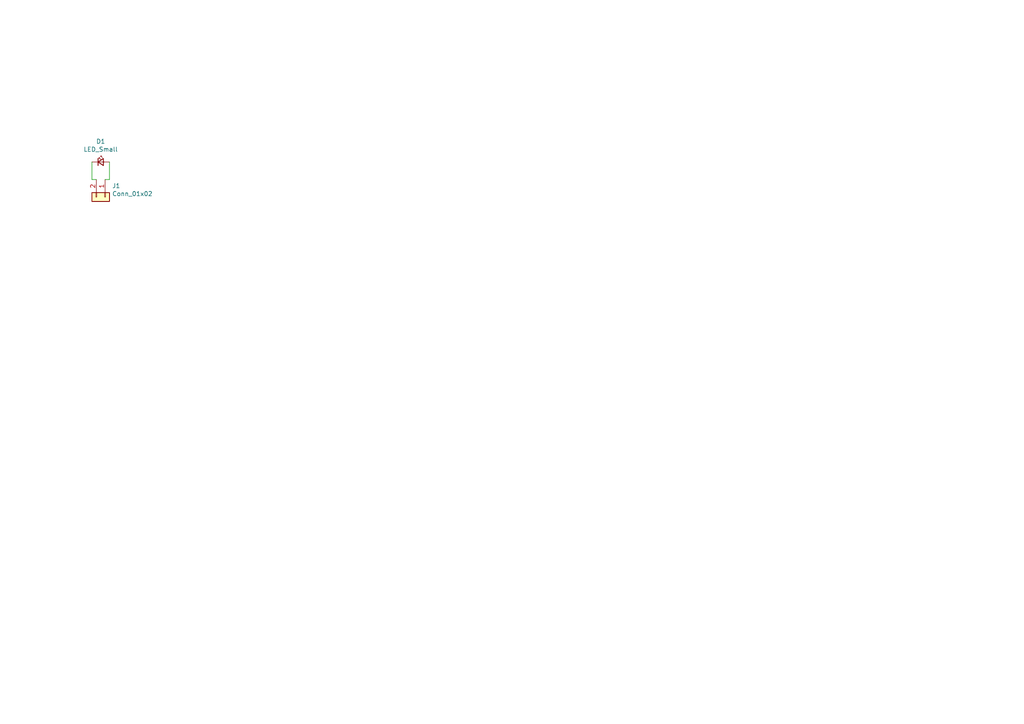
<source format=kicad_sch>
(kicad_sch (version 20211123) (generator eeschema)
  (paper "A4")
  (lib_symbols
    (symbol "Connector_Generic:Conn_01x02" (pin_names (offset 1.016) hide)
      (property "Reference" "J" (at 0 2.54 0))
      (property "Value" "Conn_01x02" (at 0 -5.08 0))
      (symbol "Conn_01x02_1_1"
        (rectangle (start -1.27 -2.413) (end 0 -2.667) (stroke (width 0.1524)))
        (rectangle (start -1.27 0.127) (end 0 -0.127) (stroke (width 0.1524)))
        (rectangle (start -1.27 1.27) (end 1.27 -3.81) (stroke (width 0.254)) (fill (type background)))
        (pin passive line (at -5.08 0 0) (length 3.81) (name "Pin_1") (number "1"))
        (pin passive line (at -5.08 -2.54 0) (length 3.81) (name "Pin_2") (number "2"))
      )
    )
    (symbol "Device:LED_Small" (pin_numbers hide) (pin_names (offset 0.254) hide)
      (property "Reference" "D" (at -1.27 3.175 0))
      (property "Value" "LED_Small" (at -4.445 -2.54 0))
      (symbol "LED_Small_0_1"
        (polyline (pts (xy -0.762 -1.016) (xy -0.762 1.016)) (stroke (width 0.254)))
        (polyline (pts (xy 1.016 0) (xy -0.762 0)))
        (polyline (pts (xy 0.762 -1.016) (xy -0.762 0) (xy 0.762 1.016) (xy 0.762 -1.016)) (stroke (width 0.254)))
        (polyline (pts (xy 0 0.762) (xy -0.508 1.27) (xy -0.254 1.27) (xy -0.508 1.27) (xy -0.508 1.016)))
        (polyline (pts (xy 0.508 1.27) (xy 0 1.778) (xy 0.254 1.778) (xy 0 1.778) (xy 0 1.524)))
      )
      (symbol "LED_Small_1_1"
        (pin passive line (at -2.54 0 0) (length 1.778) (name "K") (number "1"))
        (pin passive line (at 2.54 0 180) (length 1.778) (name "A") (number "2"))
      )
    )
  )
  (wire (pts (xy 30.48 52.07) (xy 31.75 52.07)))
  (wire (pts (xy 31.75 52.07) (xy 31.75 46.99)))
  (wire (pts (xy 26.67 52.07) (xy 26.67 46.99)))
  (wire (pts (xy 27.94 52.07) (xy 26.67 52.07)))
  (symbol (lib_id "Device:LED_Small") (at 29.21 46.99 0) (unit 1)
    (property "Reference" "D1" (at 29.21 41.021 0))
    (property "Value" "LED_Small" (at 29.21 43.3324 0))
    (property "Footprint" "LED_SMD:LED_1206_3216Metric_ReverseMount_Hole1.8x2.4mm" (effects hide))
  )
  (symbol (lib_id "Connector_Generic:Conn_01x02") (at 30.48 57.15 270) (unit 1)
    (property "Reference" "J1" (at 32.512 53.8988 90) (effects (justify left)))
    (property "Value" "Conn_01x02" (at 32.512 56.2102 90) (effects (justify left)))
    (property "Footprint" "LED_SMD:LED_2816_7142Metric_Pad3.20x4.45mm_HandSolder" (effects hide))
  )
)
</source>
